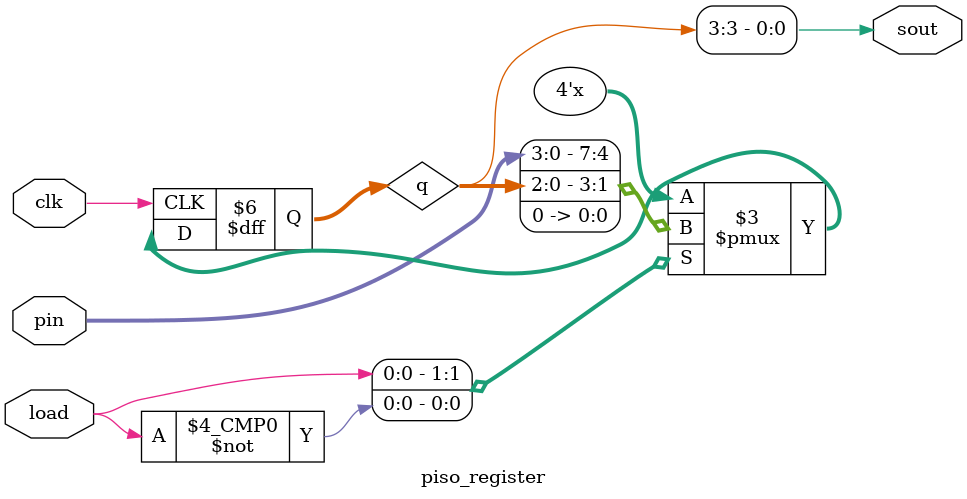
<source format=v>
module piso_register (
    input clk,
    input load,
    input [3:0] pin,
    output sout
);

    reg [3:0] q;

    initial q <= 4'b0000;

    always @(posedge clk) begin
        case (load)
            1'b1: q <= pin;
            1'b0: q <= {q[2:0], 1'b0};
        endcase
    end

    assign sout = q[3];

endmodule
</source>
